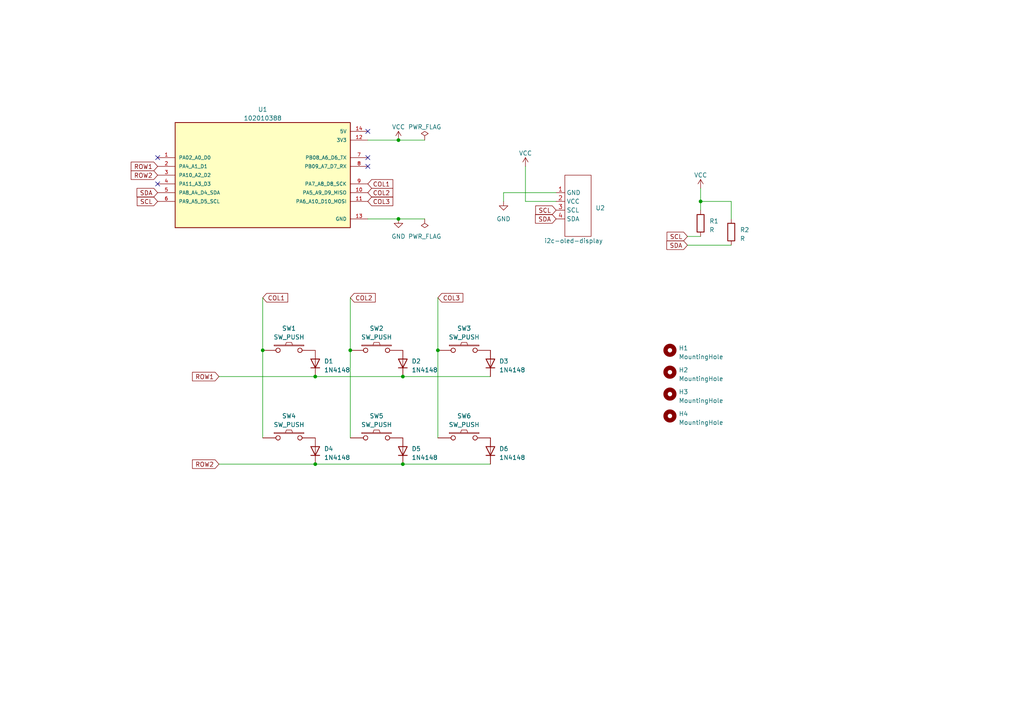
<source format=kicad_sch>
(kicad_sch (version 20230121) (generator eeschema)

  (uuid a1228ab8-ee45-4003-a11f-a9f68477b613)

  (paper "A4")

  (lib_symbols
    (symbol "Device:R" (pin_numbers hide) (pin_names (offset 0)) (in_bom yes) (on_board yes)
      (property "Reference" "R" (at 2.032 0 90)
        (effects (font (size 1.27 1.27)))
      )
      (property "Value" "R" (at 0 0 90)
        (effects (font (size 1.27 1.27)))
      )
      (property "Footprint" "" (at -1.778 0 90)
        (effects (font (size 1.27 1.27)) hide)
      )
      (property "Datasheet" "~" (at 0 0 0)
        (effects (font (size 1.27 1.27)) hide)
      )
      (property "ki_keywords" "R res resistor" (at 0 0 0)
        (effects (font (size 1.27 1.27)) hide)
      )
      (property "ki_description" "Resistor" (at 0 0 0)
        (effects (font (size 1.27 1.27)) hide)
      )
      (property "ki_fp_filters" "R_*" (at 0 0 0)
        (effects (font (size 1.27 1.27)) hide)
      )
      (symbol "R_0_1"
        (rectangle (start -1.016 -2.54) (end 1.016 2.54)
          (stroke (width 0.254) (type default))
          (fill (type none))
        )
      )
      (symbol "R_1_1"
        (pin passive line (at 0 3.81 270) (length 1.27)
          (name "~" (effects (font (size 1.27 1.27))))
          (number "1" (effects (font (size 1.27 1.27))))
        )
        (pin passive line (at 0 -3.81 90) (length 1.27)
          (name "~" (effects (font (size 1.27 1.27))))
          (number "2" (effects (font (size 1.27 1.27))))
        )
      )
    )
    (symbol "Diode:1N4148" (pin_numbers hide) (pin_names hide) (in_bom yes) (on_board yes)
      (property "Reference" "D" (at 0 2.54 0)
        (effects (font (size 1.27 1.27)))
      )
      (property "Value" "1N4148" (at 0 -2.54 0)
        (effects (font (size 1.27 1.27)))
      )
      (property "Footprint" "Diode_THT:D_DO-35_SOD27_P7.62mm_Horizontal" (at 0 0 0)
        (effects (font (size 1.27 1.27)) hide)
      )
      (property "Datasheet" "https://assets.nexperia.com/documents/data-sheet/1N4148_1N4448.pdf" (at 0 0 0)
        (effects (font (size 1.27 1.27)) hide)
      )
      (property "Sim.Device" "D" (at 0 0 0)
        (effects (font (size 1.27 1.27)) hide)
      )
      (property "Sim.Pins" "1=K 2=A" (at 0 0 0)
        (effects (font (size 1.27 1.27)) hide)
      )
      (property "ki_keywords" "diode" (at 0 0 0)
        (effects (font (size 1.27 1.27)) hide)
      )
      (property "ki_description" "100V 0.15A standard switching diode, DO-35" (at 0 0 0)
        (effects (font (size 1.27 1.27)) hide)
      )
      (property "ki_fp_filters" "D*DO?35*" (at 0 0 0)
        (effects (font (size 1.27 1.27)) hide)
      )
      (symbol "1N4148_0_1"
        (polyline
          (pts
            (xy -1.27 1.27)
            (xy -1.27 -1.27)
          )
          (stroke (width 0.254) (type default))
          (fill (type none))
        )
        (polyline
          (pts
            (xy 1.27 0)
            (xy -1.27 0)
          )
          (stroke (width 0) (type default))
          (fill (type none))
        )
        (polyline
          (pts
            (xy 1.27 1.27)
            (xy 1.27 -1.27)
            (xy -1.27 0)
            (xy 1.27 1.27)
          )
          (stroke (width 0.254) (type default))
          (fill (type none))
        )
      )
      (symbol "1N4148_1_1"
        (pin passive line (at -3.81 0 0) (length 2.54)
          (name "K" (effects (font (size 1.27 1.27))))
          (number "1" (effects (font (size 1.27 1.27))))
        )
        (pin passive line (at 3.81 0 180) (length 2.54)
          (name "A" (effects (font (size 1.27 1.27))))
          (number "2" (effects (font (size 1.27 1.27))))
        )
      )
    )
    (symbol "Mechanical:MountingHole" (pin_names (offset 1.016)) (in_bom yes) (on_board yes)
      (property "Reference" "H" (at 0 5.08 0)
        (effects (font (size 1.27 1.27)))
      )
      (property "Value" "MountingHole" (at 0 3.175 0)
        (effects (font (size 1.27 1.27)))
      )
      (property "Footprint" "" (at 0 0 0)
        (effects (font (size 1.27 1.27)) hide)
      )
      (property "Datasheet" "~" (at 0 0 0)
        (effects (font (size 1.27 1.27)) hide)
      )
      (property "ki_keywords" "mounting hole" (at 0 0 0)
        (effects (font (size 1.27 1.27)) hide)
      )
      (property "ki_description" "Mounting Hole without connection" (at 0 0 0)
        (effects (font (size 1.27 1.27)) hide)
      )
      (property "ki_fp_filters" "MountingHole*" (at 0 0 0)
        (effects (font (size 1.27 1.27)) hide)
      )
      (symbol "MountingHole_0_1"
        (circle (center 0 0) (radius 1.27)
          (stroke (width 1.27) (type default))
          (fill (type none))
        )
      )
    )
    (symbol "foostan/kbd:SW_PUSH" (pin_numbers hide) (pin_names (offset 1.016) hide) (in_bom yes) (on_board yes)
      (property "Reference" "SW" (at 3.81 2.794 0)
        (effects (font (size 1.27 1.27)))
      )
      (property "Value" "SW_PUSH" (at 0 -2.032 0)
        (effects (font (size 1.27 1.27)))
      )
      (property "Footprint" "" (at 0 0 0)
        (effects (font (size 1.27 1.27)))
      )
      (property "Datasheet" "" (at 0 0 0)
        (effects (font (size 1.27 1.27)))
      )
      (symbol "SW_PUSH_0_1"
        (rectangle (start -4.318 1.27) (end 4.318 1.524)
          (stroke (width 0) (type solid))
          (fill (type none))
        )
        (polyline
          (pts
            (xy -1.016 1.524)
            (xy -0.762 2.286)
            (xy 0.762 2.286)
            (xy 1.016 1.524)
          )
          (stroke (width 0) (type solid))
          (fill (type none))
        )
        (pin passive inverted (at -7.62 0 0) (length 5.08)
          (name "1" (effects (font (size 1.27 1.27))))
          (number "1" (effects (font (size 1.27 1.27))))
        )
        (pin passive inverted (at 7.62 0 180) (length 5.08)
          (name "2" (effects (font (size 1.27 1.27))))
          (number "2" (effects (font (size 1.27 1.27))))
        )
      )
    )
    (symbol "power:GND" (power) (pin_names (offset 0)) (in_bom yes) (on_board yes)
      (property "Reference" "#PWR" (at 0 -6.35 0)
        (effects (font (size 1.27 1.27)) hide)
      )
      (property "Value" "GND" (at 0 -3.81 0)
        (effects (font (size 1.27 1.27)))
      )
      (property "Footprint" "" (at 0 0 0)
        (effects (font (size 1.27 1.27)) hide)
      )
      (property "Datasheet" "" (at 0 0 0)
        (effects (font (size 1.27 1.27)) hide)
      )
      (property "ki_keywords" "global power" (at 0 0 0)
        (effects (font (size 1.27 1.27)) hide)
      )
      (property "ki_description" "Power symbol creates a global label with name \"GND\" , ground" (at 0 0 0)
        (effects (font (size 1.27 1.27)) hide)
      )
      (symbol "GND_0_1"
        (polyline
          (pts
            (xy 0 0)
            (xy 0 -1.27)
            (xy 1.27 -1.27)
            (xy 0 -2.54)
            (xy -1.27 -1.27)
            (xy 0 -1.27)
          )
          (stroke (width 0) (type default))
          (fill (type none))
        )
      )
      (symbol "GND_1_1"
        (pin power_in line (at 0 0 270) (length 0) hide
          (name "GND" (effects (font (size 1.27 1.27))))
          (number "1" (effects (font (size 1.27 1.27))))
        )
      )
    )
    (symbol "power:PWR_FLAG" (power) (pin_numbers hide) (pin_names (offset 0) hide) (in_bom yes) (on_board yes)
      (property "Reference" "#FLG" (at 0 1.905 0)
        (effects (font (size 1.27 1.27)) hide)
      )
      (property "Value" "PWR_FLAG" (at 0 3.81 0)
        (effects (font (size 1.27 1.27)))
      )
      (property "Footprint" "" (at 0 0 0)
        (effects (font (size 1.27 1.27)) hide)
      )
      (property "Datasheet" "~" (at 0 0 0)
        (effects (font (size 1.27 1.27)) hide)
      )
      (property "ki_keywords" "flag power" (at 0 0 0)
        (effects (font (size 1.27 1.27)) hide)
      )
      (property "ki_description" "Special symbol for telling ERC where power comes from" (at 0 0 0)
        (effects (font (size 1.27 1.27)) hide)
      )
      (symbol "PWR_FLAG_0_0"
        (pin power_out line (at 0 0 90) (length 0)
          (name "pwr" (effects (font (size 1.27 1.27))))
          (number "1" (effects (font (size 1.27 1.27))))
        )
      )
      (symbol "PWR_FLAG_0_1"
        (polyline
          (pts
            (xy 0 0)
            (xy 0 1.27)
            (xy -1.016 1.905)
            (xy 0 2.54)
            (xy 1.016 1.905)
            (xy 0 1.27)
          )
          (stroke (width 0) (type default))
          (fill (type none))
        )
      )
    )
    (symbol "power:VCC" (power) (pin_names (offset 0)) (in_bom yes) (on_board yes)
      (property "Reference" "#PWR" (at 0 -3.81 0)
        (effects (font (size 1.27 1.27)) hide)
      )
      (property "Value" "VCC" (at 0 3.81 0)
        (effects (font (size 1.27 1.27)))
      )
      (property "Footprint" "" (at 0 0 0)
        (effects (font (size 1.27 1.27)) hide)
      )
      (property "Datasheet" "" (at 0 0 0)
        (effects (font (size 1.27 1.27)) hide)
      )
      (property "ki_keywords" "global power" (at 0 0 0)
        (effects (font (size 1.27 1.27)) hide)
      )
      (property "ki_description" "Power symbol creates a global label with name \"VCC\"" (at 0 0 0)
        (effects (font (size 1.27 1.27)) hide)
      )
      (symbol "VCC_0_1"
        (polyline
          (pts
            (xy -0.762 1.27)
            (xy 0 2.54)
          )
          (stroke (width 0) (type default))
          (fill (type none))
        )
        (polyline
          (pts
            (xy 0 0)
            (xy 0 2.54)
          )
          (stroke (width 0) (type default))
          (fill (type none))
        )
        (polyline
          (pts
            (xy 0 2.54)
            (xy 0.762 1.27)
          )
          (stroke (width 0) (type default))
          (fill (type none))
        )
      )
      (symbol "VCC_1_1"
        (pin power_in line (at 0 0 90) (length 0) hide
          (name "VCC" (effects (font (size 1.27 1.27))))
          (number "1" (effects (font (size 1.27 1.27))))
        )
      )
    )
    (symbol "snapeda/xiao:102010388" (pin_names (offset 1.016)) (in_bom yes) (on_board yes)
      (property "Reference" "U" (at -25.4 16.002 0)
        (effects (font (size 1.27 1.27)) (justify left bottom))
      )
      (property "Value" "102010388" (at -25.4 -17.78 0)
        (effects (font (size 1.27 1.27)) (justify left bottom))
      )
      (property "Footprint" "MODULE_102010388" (at 0 0 0)
        (effects (font (size 1.27 1.27)) (justify bottom) hide)
      )
      (property "Datasheet" "" (at 0 0 0)
        (effects (font (size 1.27 1.27)) hide)
      )
      (property "PARTREV" "N/A" (at 0 0 0)
        (effects (font (size 1.27 1.27)) (justify bottom) hide)
      )
      (property "STANDARD" "Manufacturer Recommendations" (at 0 0 0)
        (effects (font (size 1.27 1.27)) (justify bottom) hide)
      )
      (property "MANUFACTURER" "Seeed Technology" (at 0 0 0)
        (effects (font (size 1.27 1.27)) (justify bottom) hide)
      )
      (property "MAXIMUM_PACKAGE_HEIGHT" "N/A" (at 0 0 0)
        (effects (font (size 1.27 1.27)) (justify bottom) hide)
      )
      (property "SNAPEDA_PN" "102010388" (at 0 0 0)
        (effects (font (size 1.27 1.27)) (justify bottom) hide)
      )
      (symbol "102010388_0_0"
        (rectangle (start -25.4 -15.24) (end 25.4 15.24)
          (stroke (width 0.254) (type default))
          (fill (type background))
        )
        (pin bidirectional line (at -30.48 5.08 0) (length 5.08)
          (name "PA02_A0_D0" (effects (font (size 1.016 1.016))))
          (number "1" (effects (font (size 1.016 1.016))))
        )
        (pin bidirectional line (at 30.48 -5.08 180) (length 5.08)
          (name "PA5_A9_D9_MISO" (effects (font (size 1.016 1.016))))
          (number "10" (effects (font (size 1.016 1.016))))
        )
        (pin bidirectional line (at 30.48 -7.62 180) (length 5.08)
          (name "PA6_A10_D10_MOSI" (effects (font (size 1.016 1.016))))
          (number "11" (effects (font (size 1.016 1.016))))
        )
        (pin power_in line (at 30.48 10.16 180) (length 5.08)
          (name "3V3" (effects (font (size 1.016 1.016))))
          (number "12" (effects (font (size 1.016 1.016))))
        )
        (pin power_in line (at 30.48 -12.7 180) (length 5.08)
          (name "GND" (effects (font (size 1.016 1.016))))
          (number "13" (effects (font (size 1.016 1.016))))
        )
        (pin power_in line (at 30.48 12.7 180) (length 5.08)
          (name "5V" (effects (font (size 1.016 1.016))))
          (number "14" (effects (font (size 1.016 1.016))))
        )
        (pin bidirectional line (at -30.48 2.54 0) (length 5.08)
          (name "PA4_A1_D1" (effects (font (size 1.016 1.016))))
          (number "2" (effects (font (size 1.016 1.016))))
        )
        (pin bidirectional line (at -30.48 0 0) (length 5.08)
          (name "PA10_A2_D2" (effects (font (size 1.016 1.016))))
          (number "3" (effects (font (size 1.016 1.016))))
        )
        (pin bidirectional line (at -30.48 -2.54 0) (length 5.08)
          (name "PA11_A3_D3" (effects (font (size 1.016 1.016))))
          (number "4" (effects (font (size 1.016 1.016))))
        )
        (pin bidirectional line (at -30.48 -5.08 0) (length 5.08)
          (name "PA8_A4_D4_SDA" (effects (font (size 1.016 1.016))))
          (number "5" (effects (font (size 1.016 1.016))))
        )
        (pin bidirectional line (at -30.48 -7.62 0) (length 5.08)
          (name "PA9_A5_D5_SCL" (effects (font (size 1.016 1.016))))
          (number "6" (effects (font (size 1.016 1.016))))
        )
        (pin bidirectional line (at 30.48 5.08 180) (length 5.08)
          (name "PB08_A6_D6_TX" (effects (font (size 1.016 1.016))))
          (number "7" (effects (font (size 1.016 1.016))))
        )
        (pin bidirectional line (at 30.48 2.54 180) (length 5.08)
          (name "PB09_A7_D7_RX" (effects (font (size 1.016 1.016))))
          (number "8" (effects (font (size 1.016 1.016))))
        )
        (pin bidirectional line (at 30.48 -2.54 180) (length 5.08)
          (name "PA7_A8_D8_SCK" (effects (font (size 1.016 1.016))))
          (number "9" (effects (font (size 1.016 1.016))))
        )
      )
    )
    (symbol "snapeda/xiao:i2c-oled-display" (in_bom yes) (on_board yes)
      (property "Reference" "U" (at 0 0 0)
        (effects (font (size 1.27 1.27)))
      )
      (property "Value" "" (at 0 0 0)
        (effects (font (size 1.27 1.27)))
      )
      (property "Footprint" "" (at 0 0 0)
        (effects (font (size 1.27 1.27)) hide)
      )
      (property "Datasheet" "" (at 0 0 0)
        (effects (font (size 1.27 1.27)) hide)
      )
      (symbol "i2c-oled-display_0_1"
        (rectangle (start 2.54 17.78) (end 10.16 0)
          (stroke (width 0) (type default))
          (fill (type none))
        )
      )
      (symbol "i2c-oled-display_1_1"
        (pin power_in line (at 0 12.7 0) (length 2.54)
          (name "GND" (effects (font (size 1.27 1.27))))
          (number "1" (effects (font (size 1.27 1.27))))
        )
        (pin power_in line (at 0 10.16 0) (length 2.54)
          (name "VCC" (effects (font (size 1.27 1.27))))
          (number "2" (effects (font (size 1.27 1.27))))
        )
        (pin input line (at 0 7.62 0) (length 2.54)
          (name "SCL" (effects (font (size 1.27 1.27))))
          (number "3" (effects (font (size 1.27 1.27))))
        )
        (pin bidirectional line (at 0 5.08 0) (length 2.54)
          (name "SDA" (effects (font (size 1.27 1.27))))
          (number "4" (effects (font (size 1.27 1.27))))
        )
      )
    )
  )

  (junction (at 203.2 58.42) (diameter 0) (color 0 0 0 0)
    (uuid 01a19376-f597-495a-bbc7-f8edcefe4da6)
  )
  (junction (at 115.57 63.5) (diameter 0) (color 0 0 0 0)
    (uuid 3e96ec04-b779-48f9-9e6d-31df9877ff87)
  )
  (junction (at 101.6 101.6) (diameter 0) (color 0 0 0 0)
    (uuid 7fceeea2-6b49-4714-8685-a475d1926842)
  )
  (junction (at 127 101.6) (diameter 0) (color 0 0 0 0)
    (uuid 84c193dc-d717-47ab-9e68-57060210eeec)
  )
  (junction (at 91.44 134.62) (diameter 0) (color 0 0 0 0)
    (uuid 8ff5c7d8-fa02-4fac-82b9-cc65be959f36)
  )
  (junction (at 76.2 101.6) (diameter 0) (color 0 0 0 0)
    (uuid 9f805624-d7c7-4f1c-ae3d-dfac2eaaa638)
  )
  (junction (at 116.84 109.22) (diameter 0) (color 0 0 0 0)
    (uuid c8ff08f6-eeff-43eb-81c1-8d66b3431702)
  )
  (junction (at 116.84 134.62) (diameter 0) (color 0 0 0 0)
    (uuid d1949535-0021-4199-bd96-1752f45fc37f)
  )
  (junction (at 91.44 109.22) (diameter 0) (color 0 0 0 0)
    (uuid de4aa1fc-c6ed-4da4-9a88-0d09d7788356)
  )
  (junction (at 115.57 40.64) (diameter 0) (color 0 0 0 0)
    (uuid dfb510c4-ee17-4ce4-822b-060afb3e96a3)
  )

  (no_connect (at 45.72 53.34) (uuid 226aa68e-bb6d-489b-aac1-29cafde1b73d))
  (no_connect (at 106.68 45.72) (uuid 6c2b01b2-7d19-4886-88aa-1e6ec40d681c))
  (no_connect (at 106.68 38.1) (uuid b0847d74-b459-43eb-bb30-ffb98c3420d0))
  (no_connect (at 45.72 45.72) (uuid bd5ed76c-327f-4aed-98a8-f0cf963db2ca))
  (no_connect (at 106.68 48.26) (uuid c16c230c-d31e-43cb-87d9-8cbf208804b3))

  (wire (pts (xy 106.68 40.64) (xy 115.57 40.64))
    (stroke (width 0) (type default))
    (uuid 05db83b4-d962-4a12-9368-bd521265f3f3)
  )
  (wire (pts (xy 101.6 101.6) (xy 101.6 127))
    (stroke (width 0) (type default))
    (uuid 243d5684-43cc-49c4-b07e-e0cfb95d7a0e)
  )
  (wire (pts (xy 101.6 86.36) (xy 101.6 101.6))
    (stroke (width 0) (type default))
    (uuid 3e9361c8-bb86-41b8-bc71-0d76193eddc8)
  )
  (wire (pts (xy 106.68 63.5) (xy 115.57 63.5))
    (stroke (width 0) (type default))
    (uuid 4068e5c7-59f0-43fb-b94f-92a783617e60)
  )
  (wire (pts (xy 115.57 63.5) (xy 123.19 63.5))
    (stroke (width 0) (type default))
    (uuid 486f26df-9443-440b-8b45-88e3242ec9cc)
  )
  (wire (pts (xy 203.2 54.61) (xy 203.2 58.42))
    (stroke (width 0) (type default))
    (uuid 59d9b5e3-0895-4eca-8243-c004bc631a7b)
  )
  (wire (pts (xy 76.2 101.6) (xy 76.2 127))
    (stroke (width 0) (type default))
    (uuid 5b649f65-c2b7-475a-9cb6-baec3a65bf38)
  )
  (wire (pts (xy 161.29 55.88) (xy 146.05 55.88))
    (stroke (width 0) (type default))
    (uuid 5d94eea8-bced-4ffb-85a5-be65d33bf898)
  )
  (wire (pts (xy 161.29 58.42) (xy 152.4 58.42))
    (stroke (width 0) (type default))
    (uuid 5f555e1e-6881-4f84-acc1-177a7485f531)
  )
  (wire (pts (xy 127 101.6) (xy 127 127))
    (stroke (width 0) (type default))
    (uuid 5f938ba0-4531-4ba4-ab8d-ad4f6ee6ff0e)
  )
  (wire (pts (xy 91.44 134.62) (xy 116.84 134.62))
    (stroke (width 0) (type default))
    (uuid 674f7e55-03d9-4f0e-b464-d1a1c3c6f4fd)
  )
  (wire (pts (xy 203.2 58.42) (xy 203.2 60.96))
    (stroke (width 0) (type default))
    (uuid 6b156447-cc27-4daf-9365-53e898516c23)
  )
  (wire (pts (xy 76.2 86.36) (xy 76.2 101.6))
    (stroke (width 0) (type default))
    (uuid 6fd12784-679d-4474-bc87-442f5a68b383)
  )
  (wire (pts (xy 146.05 55.88) (xy 146.05 58.42))
    (stroke (width 0) (type default))
    (uuid 90aaeec5-c20c-4a66-8d68-8e5732b30489)
  )
  (wire (pts (xy 63.5 134.62) (xy 91.44 134.62))
    (stroke (width 0) (type default))
    (uuid 9b53de55-e56f-4750-8d7a-fde245ddb7db)
  )
  (wire (pts (xy 116.84 109.22) (xy 142.24 109.22))
    (stroke (width 0) (type default))
    (uuid 9eaaa5f2-3d42-4b44-be8f-46c92da36478)
  )
  (wire (pts (xy 63.5 109.22) (xy 91.44 109.22))
    (stroke (width 0) (type default))
    (uuid a3881577-2a10-4701-878b-c888cfe3b165)
  )
  (wire (pts (xy 152.4 58.42) (xy 152.4 48.26))
    (stroke (width 0) (type default))
    (uuid a9a3dfe3-3f6e-46cd-a7ec-3e25d1296866)
  )
  (wire (pts (xy 115.57 40.64) (xy 123.19 40.64))
    (stroke (width 0) (type default))
    (uuid cdad717b-5e44-4796-a941-0c9a574787e7)
  )
  (wire (pts (xy 127 86.36) (xy 127 101.6))
    (stroke (width 0) (type default))
    (uuid ce94fabc-bfd6-4753-b40e-d751f86e98c8)
  )
  (wire (pts (xy 91.44 109.22) (xy 116.84 109.22))
    (stroke (width 0) (type default))
    (uuid d4addc31-ab07-4eae-9131-6cc3ba22febf)
  )
  (wire (pts (xy 212.09 63.5) (xy 212.09 58.42))
    (stroke (width 0) (type default))
    (uuid d599f646-de06-4a10-a405-89216147fbbe)
  )
  (wire (pts (xy 199.39 68.58) (xy 203.2 68.58))
    (stroke (width 0) (type default))
    (uuid dac59a83-080e-4c79-a349-fbfe5eb6ab37)
  )
  (wire (pts (xy 199.39 71.12) (xy 212.09 71.12))
    (stroke (width 0) (type default))
    (uuid ddbf432c-912f-4823-b7f5-19519e4ee538)
  )
  (wire (pts (xy 116.84 134.62) (xy 142.24 134.62))
    (stroke (width 0) (type default))
    (uuid dffeadec-bccc-4b54-972d-c41e18db3467)
  )
  (wire (pts (xy 212.09 58.42) (xy 203.2 58.42))
    (stroke (width 0) (type default))
    (uuid e7db5d35-ec71-41db-9082-97de8f4e155e)
  )

  (global_label "SCL" (shape input) (at 161.29 60.96 180) (fields_autoplaced)
    (effects (font (size 1.27 1.27)) (justify right))
    (uuid 0dd31d42-5b93-4482-aa2e-4ebbf33e24ed)
    (property "Intersheetrefs" "${INTERSHEET_REFS}" (at 154.8766 60.96 0)
      (effects (font (size 1.27 1.27)) (justify right) hide)
    )
  )
  (global_label "SCL" (shape input) (at 45.72 58.42 180) (fields_autoplaced)
    (effects (font (size 1.27 1.27)) (justify right))
    (uuid 203ae165-32bb-4719-afaf-2d4b94522fac)
    (property "Intersheetrefs" "${INTERSHEET_REFS}" (at 39.3066 58.42 0)
      (effects (font (size 1.27 1.27)) (justify right) hide)
    )
  )
  (global_label "COL3" (shape input) (at 127 86.36 0) (fields_autoplaced)
    (effects (font (size 1.27 1.27)) (justify left))
    (uuid 56d67f02-0cc6-49b2-aff7-ac28a67decda)
    (property "Intersheetrefs" "${INTERSHEET_REFS}" (at 134.7439 86.36 0)
      (effects (font (size 1.27 1.27)) (justify left) hide)
    )
  )
  (global_label "ROW2" (shape input) (at 63.5 134.62 180) (fields_autoplaced)
    (effects (font (size 1.27 1.27)) (justify right))
    (uuid 5de69b58-cff7-4b8d-8039-95a21b1a2946)
    (property "Intersheetrefs" "${INTERSHEET_REFS}" (at 55.3328 134.62 0)
      (effects (font (size 1.27 1.27)) (justify right) hide)
    )
  )
  (global_label "SDA" (shape input) (at 199.39 71.12 180) (fields_autoplaced)
    (effects (font (size 1.27 1.27)) (justify right))
    (uuid 68195770-589e-46b8-a817-e6cdbc3e084c)
    (property "Intersheetrefs" "${INTERSHEET_REFS}" (at 192.9161 71.12 0)
      (effects (font (size 1.27 1.27)) (justify right) hide)
    )
  )
  (global_label "COL3" (shape input) (at 106.68 58.42 0) (fields_autoplaced)
    (effects (font (size 1.27 1.27)) (justify left))
    (uuid 6f40954f-e609-49ca-93a5-dc85709dde80)
    (property "Intersheetrefs" "${INTERSHEET_REFS}" (at 114.4239 58.42 0)
      (effects (font (size 1.27 1.27)) (justify left) hide)
    )
  )
  (global_label "COL1" (shape input) (at 106.68 53.34 0) (fields_autoplaced)
    (effects (font (size 1.27 1.27)) (justify left))
    (uuid 7ef8cc2b-5847-4fcc-b121-f14b0116c819)
    (property "Intersheetrefs" "${INTERSHEET_REFS}" (at 114.4239 53.34 0)
      (effects (font (size 1.27 1.27)) (justify left) hide)
    )
  )
  (global_label "SDA" (shape input) (at 161.29 63.5 180) (fields_autoplaced)
    (effects (font (size 1.27 1.27)) (justify right))
    (uuid 7f0a58a3-5c4e-4874-81c4-735a1faf1e3c)
    (property "Intersheetrefs" "${INTERSHEET_REFS}" (at 154.8161 63.5 0)
      (effects (font (size 1.27 1.27)) (justify right) hide)
    )
  )
  (global_label "COL2" (shape input) (at 101.6 86.36 0) (fields_autoplaced)
    (effects (font (size 1.27 1.27)) (justify left))
    (uuid 8611d462-a04c-4a31-baee-56b35379b386)
    (property "Intersheetrefs" "${INTERSHEET_REFS}" (at 109.3439 86.36 0)
      (effects (font (size 1.27 1.27)) (justify left) hide)
    )
  )
  (global_label "ROW2" (shape input) (at 45.72 50.8 180) (fields_autoplaced)
    (effects (font (size 1.27 1.27)) (justify right))
    (uuid a56667b4-17e0-419c-ac1f-cf4844243447)
    (property "Intersheetrefs" "${INTERSHEET_REFS}" (at 37.5528 50.8 0)
      (effects (font (size 1.27 1.27)) (justify right) hide)
    )
  )
  (global_label "SDA" (shape input) (at 45.72 55.88 180) (fields_autoplaced)
    (effects (font (size 1.27 1.27)) (justify right))
    (uuid aed2fdf7-b665-4b2b-9760-652320859446)
    (property "Intersheetrefs" "${INTERSHEET_REFS}" (at 39.2461 55.88 0)
      (effects (font (size 1.27 1.27)) (justify right) hide)
    )
  )
  (global_label "SCL" (shape input) (at 199.39 68.58 180) (fields_autoplaced)
    (effects (font (size 1.27 1.27)) (justify right))
    (uuid d14132cb-2467-44c5-88bb-a9a1447c4c8b)
    (property "Intersheetrefs" "${INTERSHEET_REFS}" (at 192.9766 68.58 0)
      (effects (font (size 1.27 1.27)) (justify right) hide)
    )
  )
  (global_label "ROW1" (shape input) (at 45.72 48.26 180) (fields_autoplaced)
    (effects (font (size 1.27 1.27)) (justify right))
    (uuid e2f0268c-2571-4834-a5a6-e5e1b6cfbc18)
    (property "Intersheetrefs" "${INTERSHEET_REFS}" (at 37.5528 48.26 0)
      (effects (font (size 1.27 1.27)) (justify right) hide)
    )
  )
  (global_label "ROW1" (shape input) (at 63.5 109.22 180) (fields_autoplaced)
    (effects (font (size 1.27 1.27)) (justify right))
    (uuid efd54cdb-b348-451a-8374-1f18c6a1545e)
    (property "Intersheetrefs" "${INTERSHEET_REFS}" (at 55.3328 109.22 0)
      (effects (font (size 1.27 1.27)) (justify right) hide)
    )
  )
  (global_label "COL1" (shape input) (at 76.2 86.36 0) (fields_autoplaced)
    (effects (font (size 1.27 1.27)) (justify left))
    (uuid f4f908aa-535c-4e2e-89c3-0d6aab9ee661)
    (property "Intersheetrefs" "${INTERSHEET_REFS}" (at 83.9439 86.36 0)
      (effects (font (size 1.27 1.27)) (justify left) hide)
    )
  )
  (global_label "COL2" (shape input) (at 106.68 55.88 0) (fields_autoplaced)
    (effects (font (size 1.27 1.27)) (justify left))
    (uuid f69c5f30-b909-4ddb-b2d0-0f65f2be2998)
    (property "Intersheetrefs" "${INTERSHEET_REFS}" (at 114.4239 55.88 0)
      (effects (font (size 1.27 1.27)) (justify left) hide)
    )
  )

  (symbol (lib_id "Diode:1N4148") (at 116.84 105.41 90) (unit 1)
    (in_bom yes) (on_board yes) (dnp no) (fields_autoplaced)
    (uuid 085b4df6-1250-4ec8-b1c6-6a90d2735995)
    (property "Reference" "D2" (at 119.38 104.775 90)
      (effects (font (size 1.27 1.27)) (justify right))
    )
    (property "Value" "1N4148" (at 119.38 107.315 90)
      (effects (font (size 1.27 1.27)) (justify right))
    )
    (property "Footprint" "Diode_THT:D_DO-35_SOD27_P7.62mm_Horizontal" (at 116.84 105.41 0)
      (effects (font (size 1.27 1.27)) hide)
    )
    (property "Datasheet" "https://assets.nexperia.com/documents/data-sheet/1N4148_1N4448.pdf" (at 116.84 105.41 0)
      (effects (font (size 1.27 1.27)) hide)
    )
    (property "Sim.Device" "D" (at 116.84 105.41 0)
      (effects (font (size 1.27 1.27)) hide)
    )
    (property "Sim.Pins" "1=K 2=A" (at 116.84 105.41 0)
      (effects (font (size 1.27 1.27)) hide)
    )
    (pin "1" (uuid 51abcfb9-dfa8-472c-8403-1d61de56e9e6))
    (pin "2" (uuid 39a94191-136d-4c4a-b73d-88995ea8a021))
    (instances
      (project "sgkey"
        (path "/a1228ab8-ee45-4003-a11f-a9f68477b613"
          (reference "D2") (unit 1)
        )
      )
    )
  )

  (symbol (lib_id "foostan/kbd:SW_PUSH") (at 83.82 101.6 0) (unit 1)
    (in_bom yes) (on_board yes) (dnp no) (fields_autoplaced)
    (uuid 0a8d9493-3bf4-4a7e-9d75-7ca673ad8eb2)
    (property "Reference" "SW1" (at 83.82 95.25 0)
      (effects (font (size 1.27 1.27)))
    )
    (property "Value" "SW_PUSH" (at 83.82 97.79 0)
      (effects (font (size 1.27 1.27)))
    )
    (property "Footprint" "foostan/kbd:CherryMX_ChocV2_1u" (at 83.82 101.6 0)
      (effects (font (size 1.27 1.27)) hide)
    )
    (property "Datasheet" "" (at 83.82 101.6 0)
      (effects (font (size 1.27 1.27)))
    )
    (pin "1" (uuid cd131f83-2467-4288-b652-8e1151fb91df))
    (pin "2" (uuid 212ab72f-db01-4449-ae52-8c6078f0de9d))
    (instances
      (project "sgkey"
        (path "/a1228ab8-ee45-4003-a11f-a9f68477b613"
          (reference "SW1") (unit 1)
        )
      )
    )
  )

  (symbol (lib_id "power:GND") (at 146.05 58.42 0) (unit 1)
    (in_bom yes) (on_board yes) (dnp no) (fields_autoplaced)
    (uuid 1c0dc373-eecc-4175-a11f-bbd9c9056947)
    (property "Reference" "#PWR04" (at 146.05 64.77 0)
      (effects (font (size 1.27 1.27)) hide)
    )
    (property "Value" "GND" (at 146.05 63.5 0)
      (effects (font (size 1.27 1.27)))
    )
    (property "Footprint" "" (at 146.05 58.42 0)
      (effects (font (size 1.27 1.27)) hide)
    )
    (property "Datasheet" "" (at 146.05 58.42 0)
      (effects (font (size 1.27 1.27)) hide)
    )
    (pin "1" (uuid f200b7a1-953b-45c2-873c-5ed86624480d))
    (instances
      (project "sgkey"
        (path "/a1228ab8-ee45-4003-a11f-a9f68477b613"
          (reference "#PWR04") (unit 1)
        )
      )
    )
  )

  (symbol (lib_id "foostan/kbd:SW_PUSH") (at 134.62 101.6 0) (unit 1)
    (in_bom yes) (on_board yes) (dnp no) (fields_autoplaced)
    (uuid 2ad2a362-62ce-4430-837b-c2c3942616ba)
    (property "Reference" "SW3" (at 134.62 95.25 0)
      (effects (font (size 1.27 1.27)))
    )
    (property "Value" "SW_PUSH" (at 134.62 97.79 0)
      (effects (font (size 1.27 1.27)))
    )
    (property "Footprint" "foostan/kbd:CherryMX_ChocV2_1u" (at 134.62 101.6 0)
      (effects (font (size 1.27 1.27)) hide)
    )
    (property "Datasheet" "" (at 134.62 101.6 0)
      (effects (font (size 1.27 1.27)))
    )
    (pin "1" (uuid fe49501b-69c4-485d-8018-21289d2eded3))
    (pin "2" (uuid 50d9fe7b-a24f-4484-9685-3715f6eb2000))
    (instances
      (project "sgkey"
        (path "/a1228ab8-ee45-4003-a11f-a9f68477b613"
          (reference "SW3") (unit 1)
        )
      )
    )
  )

  (symbol (lib_id "Mechanical:MountingHole") (at 194.31 114.3 0) (unit 1)
    (in_bom yes) (on_board yes) (dnp no) (fields_autoplaced)
    (uuid 678ad7e5-b365-43b1-8da6-4f85a06ac3a3)
    (property "Reference" "H3" (at 196.85 113.665 0)
      (effects (font (size 1.27 1.27)) (justify left))
    )
    (property "Value" "MountingHole" (at 196.85 116.205 0)
      (effects (font (size 1.27 1.27)) (justify left))
    )
    (property "Footprint" "MountingHole:MountingHole_2.2mm_M2" (at 194.31 114.3 0)
      (effects (font (size 1.27 1.27)) hide)
    )
    (property "Datasheet" "~" (at 194.31 114.3 0)
      (effects (font (size 1.27 1.27)) hide)
    )
    (instances
      (project "sgkey"
        (path "/a1228ab8-ee45-4003-a11f-a9f68477b613"
          (reference "H3") (unit 1)
        )
      )
    )
  )

  (symbol (lib_id "Device:R") (at 203.2 64.77 0) (unit 1)
    (in_bom yes) (on_board yes) (dnp no) (fields_autoplaced)
    (uuid 6c381737-eff1-4d67-a0cf-e108a5877619)
    (property "Reference" "R1" (at 205.74 64.135 0)
      (effects (font (size 1.27 1.27)) (justify left))
    )
    (property "Value" "R" (at 205.74 66.675 0)
      (effects (font (size 1.27 1.27)) (justify left))
    )
    (property "Footprint" "Resistor_THT:R_Axial_DIN0204_L3.6mm_D1.6mm_P7.62mm_Horizontal" (at 201.422 64.77 90)
      (effects (font (size 1.27 1.27)) hide)
    )
    (property "Datasheet" "~" (at 203.2 64.77 0)
      (effects (font (size 1.27 1.27)) hide)
    )
    (pin "1" (uuid b7064540-a559-42ad-a294-ae2fac9c62bc))
    (pin "2" (uuid 5b030c06-48f8-48da-a2b7-5893a452317d))
    (instances
      (project "sgkey"
        (path "/a1228ab8-ee45-4003-a11f-a9f68477b613"
          (reference "R1") (unit 1)
        )
      )
    )
  )

  (symbol (lib_id "foostan/kbd:SW_PUSH") (at 83.82 127 0) (unit 1)
    (in_bom yes) (on_board yes) (dnp no) (fields_autoplaced)
    (uuid 6ce51c79-a38a-4571-aef3-d3c7578c35ca)
    (property "Reference" "SW4" (at 83.82 120.65 0)
      (effects (font (size 1.27 1.27)))
    )
    (property "Value" "SW_PUSH" (at 83.82 123.19 0)
      (effects (font (size 1.27 1.27)))
    )
    (property "Footprint" "foostan/kbd:CherryMX_ChocV2_1u" (at 83.82 127 0)
      (effects (font (size 1.27 1.27)) hide)
    )
    (property "Datasheet" "" (at 83.82 127 0)
      (effects (font (size 1.27 1.27)))
    )
    (pin "1" (uuid 831c43a4-776b-4b33-a4c7-0df681bfdf0c))
    (pin "2" (uuid 12fac99f-b874-4547-948e-d54d4952b6be))
    (instances
      (project "sgkey"
        (path "/a1228ab8-ee45-4003-a11f-a9f68477b613"
          (reference "SW4") (unit 1)
        )
      )
    )
  )

  (symbol (lib_id "foostan/kbd:SW_PUSH") (at 109.22 101.6 0) (unit 1)
    (in_bom yes) (on_board yes) (dnp no) (fields_autoplaced)
    (uuid 6e37bca0-faf4-47fa-832e-d72ea2affed5)
    (property "Reference" "SW2" (at 109.22 95.25 0)
      (effects (font (size 1.27 1.27)))
    )
    (property "Value" "SW_PUSH" (at 109.22 97.79 0)
      (effects (font (size 1.27 1.27)))
    )
    (property "Footprint" "foostan/kbd:CherryMX_ChocV2_1u" (at 109.22 101.6 0)
      (effects (font (size 1.27 1.27)) hide)
    )
    (property "Datasheet" "" (at 109.22 101.6 0)
      (effects (font (size 1.27 1.27)))
    )
    (pin "1" (uuid 144ccd3e-cdb7-4835-8fa4-419b46cb0803))
    (pin "2" (uuid d59fe68e-6155-41ad-ae5a-71bf6ae293e5))
    (instances
      (project "sgkey"
        (path "/a1228ab8-ee45-4003-a11f-a9f68477b613"
          (reference "SW2") (unit 1)
        )
      )
    )
  )

  (symbol (lib_id "Diode:1N4148") (at 91.44 130.81 90) (unit 1)
    (in_bom yes) (on_board yes) (dnp no) (fields_autoplaced)
    (uuid 6eea379a-e423-42e8-a5c6-039a6c0a64fc)
    (property "Reference" "D4" (at 93.98 130.175 90)
      (effects (font (size 1.27 1.27)) (justify right))
    )
    (property "Value" "1N4148" (at 93.98 132.715 90)
      (effects (font (size 1.27 1.27)) (justify right))
    )
    (property "Footprint" "Diode_THT:D_DO-35_SOD27_P7.62mm_Horizontal" (at 91.44 130.81 0)
      (effects (font (size 1.27 1.27)) hide)
    )
    (property "Datasheet" "https://assets.nexperia.com/documents/data-sheet/1N4148_1N4448.pdf" (at 91.44 130.81 0)
      (effects (font (size 1.27 1.27)) hide)
    )
    (property "Sim.Device" "D" (at 91.44 130.81 0)
      (effects (font (size 1.27 1.27)) hide)
    )
    (property "Sim.Pins" "1=K 2=A" (at 91.44 130.81 0)
      (effects (font (size 1.27 1.27)) hide)
    )
    (pin "1" (uuid be6dcfe9-78a9-483c-8520-0d757da3c8a5))
    (pin "2" (uuid 6602af6d-d1a9-4ce4-a237-a471163faf21))
    (instances
      (project "sgkey"
        (path "/a1228ab8-ee45-4003-a11f-a9f68477b613"
          (reference "D4") (unit 1)
        )
      )
    )
  )

  (symbol (lib_id "power:PWR_FLAG") (at 123.19 63.5 180) (unit 1)
    (in_bom yes) (on_board yes) (dnp no) (fields_autoplaced)
    (uuid 713137a6-ecc0-4efe-9c61-b4f6ab2a13e8)
    (property "Reference" "#FLG02" (at 123.19 65.405 0)
      (effects (font (size 1.27 1.27)) hide)
    )
    (property "Value" "PWR_FLAG" (at 123.19 68.58 0)
      (effects (font (size 1.27 1.27)))
    )
    (property "Footprint" "" (at 123.19 63.5 0)
      (effects (font (size 1.27 1.27)) hide)
    )
    (property "Datasheet" "~" (at 123.19 63.5 0)
      (effects (font (size 1.27 1.27)) hide)
    )
    (pin "1" (uuid 40eee3dd-9296-49f6-97d4-d62affbb7681))
    (instances
      (project "sgkey"
        (path "/a1228ab8-ee45-4003-a11f-a9f68477b613"
          (reference "#FLG02") (unit 1)
        )
      )
    )
  )

  (symbol (lib_id "snapeda/xiao:102010388") (at 76.2 50.8 0) (unit 1)
    (in_bom yes) (on_board yes) (dnp no) (fields_autoplaced)
    (uuid 8208ca1b-9ce2-4085-bd8f-c79150bf3d6d)
    (property "Reference" "U1" (at 76.2 31.75 0)
      (effects (font (size 1.27 1.27)))
    )
    (property "Value" "102010388" (at 76.2 34.29 0)
      (effects (font (size 1.27 1.27)))
    )
    (property "Footprint" "snapeda/xiao:MODULE_102010388" (at 76.2 50.8 0)
      (effects (font (size 1.27 1.27)) (justify bottom) hide)
    )
    (property "Datasheet" "" (at 76.2 50.8 0)
      (effects (font (size 1.27 1.27)) hide)
    )
    (property "PARTREV" "N/A" (at 76.2 50.8 0)
      (effects (font (size 1.27 1.27)) (justify bottom) hide)
    )
    (property "STANDARD" "Manufacturer Recommendations" (at 76.2 50.8 0)
      (effects (font (size 1.27 1.27)) (justify bottom) hide)
    )
    (property "MANUFACTURER" "Seeed Technology" (at 76.2 50.8 0)
      (effects (font (size 1.27 1.27)) (justify bottom) hide)
    )
    (property "MAXIMUM_PACKAGE_HEIGHT" "N/A" (at 76.2 50.8 0)
      (effects (font (size 1.27 1.27)) (justify bottom) hide)
    )
    (property "SNAPEDA_PN" "102010388" (at 76.2 50.8 0)
      (effects (font (size 1.27 1.27)) (justify bottom) hide)
    )
    (pin "1" (uuid 1b3b701d-8274-40d4-8793-a01d703e94e9))
    (pin "10" (uuid b7278f7a-d1f5-4679-8399-2b85d36f77f9))
    (pin "11" (uuid 8baba2f2-697b-4a89-8f34-358ef4f51524))
    (pin "12" (uuid 04922b20-1a8e-4547-a013-12bc354deda0))
    (pin "13" (uuid e3a65e62-3229-48f4-b45c-75f0d5602aed))
    (pin "14" (uuid be972827-6b9d-44a1-9d4e-697723e4e4c7))
    (pin "2" (uuid 5835d18a-d6ea-415c-ab7a-87f3265c386f))
    (pin "3" (uuid 8558ac83-6db9-43b7-aaf1-b641daea5c3f))
    (pin "4" (uuid d867fbc4-aa9c-48d5-b4c0-1bec2059f34f))
    (pin "5" (uuid 8e9ec03e-cddd-4381-8424-a0e8ad5c548e))
    (pin "6" (uuid c154889b-b209-4de1-9b51-ab76994e1dde))
    (pin "7" (uuid 37446a9d-bcf0-4bdb-875d-40cf0af6cd1b))
    (pin "8" (uuid 4b03c283-c076-45ba-b99d-211754355645))
    (pin "9" (uuid b3658102-7fbf-4a49-8e83-7de94fa1ddb3))
    (instances
      (project "sgkey"
        (path "/a1228ab8-ee45-4003-a11f-a9f68477b613"
          (reference "U1") (unit 1)
        )
      )
    )
  )

  (symbol (lib_id "snapeda/xiao:i2c-oled-display") (at 161.29 68.58 0) (unit 1)
    (in_bom yes) (on_board yes) (dnp no)
    (uuid 92a7c9af-7f41-4a66-af99-03c4c5febfe2)
    (property "Reference" "U2" (at 172.72 60.325 0)
      (effects (font (size 1.27 1.27)) (justify left))
    )
    (property "Value" "i2c-oled-display" (at 166.37 69.85 0)
      (effects (font (size 1.27 1.27)))
    )
    (property "Footprint" "snapeda/xiao:i2c-oled-display-0.96" (at 161.29 68.58 0)
      (effects (font (size 1.27 1.27)) hide)
    )
    (property "Datasheet" "" (at 161.29 68.58 0)
      (effects (font (size 1.27 1.27)) hide)
    )
    (pin "1" (uuid 0b2a5f60-951a-49e2-8d83-45103c751fb1))
    (pin "2" (uuid 01e3c1f7-6520-45c6-a487-d82f8dd17504))
    (pin "3" (uuid 479ced6f-1678-4bbc-be96-e2e34360ec91))
    (pin "4" (uuid 9710c841-415a-478a-b1d6-133e08bfc68a))
    (instances
      (project "sgkey"
        (path "/a1228ab8-ee45-4003-a11f-a9f68477b613"
          (reference "U2") (unit 1)
        )
      )
    )
  )

  (symbol (lib_id "foostan/kbd:SW_PUSH") (at 109.22 127 0) (unit 1)
    (in_bom yes) (on_board yes) (dnp no) (fields_autoplaced)
    (uuid 94884aad-21e9-4703-afee-52b86188043f)
    (property "Reference" "SW5" (at 109.22 120.65 0)
      (effects (font (size 1.27 1.27)))
    )
    (property "Value" "SW_PUSH" (at 109.22 123.19 0)
      (effects (font (size 1.27 1.27)))
    )
    (property "Footprint" "foostan/kbd:CherryMX_ChocV2_1u" (at 109.22 127 0)
      (effects (font (size 1.27 1.27)) hide)
    )
    (property "Datasheet" "" (at 109.22 127 0)
      (effects (font (size 1.27 1.27)))
    )
    (pin "1" (uuid b9c54f7c-b253-4688-abf5-f45e92f0aae3))
    (pin "2" (uuid 3def05a2-7115-46b8-9069-a69dbb1b53df))
    (instances
      (project "sgkey"
        (path "/a1228ab8-ee45-4003-a11f-a9f68477b613"
          (reference "SW5") (unit 1)
        )
      )
    )
  )

  (symbol (lib_id "Mechanical:MountingHole") (at 194.31 101.6 0) (unit 1)
    (in_bom yes) (on_board yes) (dnp no) (fields_autoplaced)
    (uuid a15333cc-b8a6-4e8a-80ef-711d0f92a3f1)
    (property "Reference" "H1" (at 196.85 100.965 0)
      (effects (font (size 1.27 1.27)) (justify left))
    )
    (property "Value" "MountingHole" (at 196.85 103.505 0)
      (effects (font (size 1.27 1.27)) (justify left))
    )
    (property "Footprint" "MountingHole:MountingHole_2.2mm_M2" (at 194.31 101.6 0)
      (effects (font (size 1.27 1.27)) hide)
    )
    (property "Datasheet" "~" (at 194.31 101.6 0)
      (effects (font (size 1.27 1.27)) hide)
    )
    (instances
      (project "sgkey"
        (path "/a1228ab8-ee45-4003-a11f-a9f68477b613"
          (reference "H1") (unit 1)
        )
      )
    )
  )

  (symbol (lib_id "Diode:1N4148") (at 142.24 105.41 90) (unit 1)
    (in_bom yes) (on_board yes) (dnp no) (fields_autoplaced)
    (uuid b3491da5-de6a-4afa-933c-d739536f9afe)
    (property "Reference" "D3" (at 144.78 104.775 90)
      (effects (font (size 1.27 1.27)) (justify right))
    )
    (property "Value" "1N4148" (at 144.78 107.315 90)
      (effects (font (size 1.27 1.27)) (justify right))
    )
    (property "Footprint" "Diode_THT:D_DO-35_SOD27_P7.62mm_Horizontal" (at 142.24 105.41 0)
      (effects (font (size 1.27 1.27)) hide)
    )
    (property "Datasheet" "https://assets.nexperia.com/documents/data-sheet/1N4148_1N4448.pdf" (at 142.24 105.41 0)
      (effects (font (size 1.27 1.27)) hide)
    )
    (property "Sim.Device" "D" (at 142.24 105.41 0)
      (effects (font (size 1.27 1.27)) hide)
    )
    (property "Sim.Pins" "1=K 2=A" (at 142.24 105.41 0)
      (effects (font (size 1.27 1.27)) hide)
    )
    (pin "1" (uuid a46f48a7-2695-4181-a470-dfda642e4f67))
    (pin "2" (uuid 2b780be3-15dd-435a-aefb-a037051d789f))
    (instances
      (project "sgkey"
        (path "/a1228ab8-ee45-4003-a11f-a9f68477b613"
          (reference "D3") (unit 1)
        )
      )
    )
  )

  (symbol (lib_id "Diode:1N4148") (at 91.44 105.41 90) (unit 1)
    (in_bom yes) (on_board yes) (dnp no) (fields_autoplaced)
    (uuid b6ef68bc-b5d7-415c-9e0d-c85f6db5c5cb)
    (property "Reference" "D1" (at 93.98 104.775 90)
      (effects (font (size 1.27 1.27)) (justify right))
    )
    (property "Value" "1N4148" (at 93.98 107.315 90)
      (effects (font (size 1.27 1.27)) (justify right))
    )
    (property "Footprint" "Diode_THT:D_DO-35_SOD27_P7.62mm_Horizontal" (at 91.44 105.41 0)
      (effects (font (size 1.27 1.27)) hide)
    )
    (property "Datasheet" "https://assets.nexperia.com/documents/data-sheet/1N4148_1N4448.pdf" (at 91.44 105.41 0)
      (effects (font (size 1.27 1.27)) hide)
    )
    (property "Sim.Device" "D" (at 91.44 105.41 0)
      (effects (font (size 1.27 1.27)) hide)
    )
    (property "Sim.Pins" "1=K 2=A" (at 91.44 105.41 0)
      (effects (font (size 1.27 1.27)) hide)
    )
    (pin "1" (uuid d512409b-2472-4cc5-b7c6-e0aad3b74b78))
    (pin "2" (uuid 3624bfd7-6ebc-4332-a6d7-b6b4ef270ded))
    (instances
      (project "sgkey"
        (path "/a1228ab8-ee45-4003-a11f-a9f68477b613"
          (reference "D1") (unit 1)
        )
      )
    )
  )

  (symbol (lib_id "power:PWR_FLAG") (at 123.19 40.64 0) (unit 1)
    (in_bom yes) (on_board yes) (dnp no) (fields_autoplaced)
    (uuid bc2e56d7-9e5b-415e-b726-fe78da9cdedb)
    (property "Reference" "#FLG01" (at 123.19 38.735 0)
      (effects (font (size 1.27 1.27)) hide)
    )
    (property "Value" "PWR_FLAG" (at 123.19 36.83 0)
      (effects (font (size 1.27 1.27)))
    )
    (property "Footprint" "" (at 123.19 40.64 0)
      (effects (font (size 1.27 1.27)) hide)
    )
    (property "Datasheet" "~" (at 123.19 40.64 0)
      (effects (font (size 1.27 1.27)) hide)
    )
    (pin "1" (uuid 11b938d6-51f6-489f-836f-ff0530c35c94))
    (instances
      (project "sgkey"
        (path "/a1228ab8-ee45-4003-a11f-a9f68477b613"
          (reference "#FLG01") (unit 1)
        )
      )
    )
  )

  (symbol (lib_id "Mechanical:MountingHole") (at 194.31 120.65 0) (unit 1)
    (in_bom yes) (on_board yes) (dnp no) (fields_autoplaced)
    (uuid bd7725ab-66ad-469b-bbfd-780764fc4db6)
    (property "Reference" "H4" (at 196.85 120.015 0)
      (effects (font (size 1.27 1.27)) (justify left))
    )
    (property "Value" "MountingHole" (at 196.85 122.555 0)
      (effects (font (size 1.27 1.27)) (justify left))
    )
    (property "Footprint" "MountingHole:MountingHole_2.2mm_M2" (at 194.31 120.65 0)
      (effects (font (size 1.27 1.27)) hide)
    )
    (property "Datasheet" "~" (at 194.31 120.65 0)
      (effects (font (size 1.27 1.27)) hide)
    )
    (instances
      (project "sgkey"
        (path "/a1228ab8-ee45-4003-a11f-a9f68477b613"
          (reference "H4") (unit 1)
        )
      )
    )
  )

  (symbol (lib_id "Diode:1N4148") (at 142.24 130.81 90) (unit 1)
    (in_bom yes) (on_board yes) (dnp no) (fields_autoplaced)
    (uuid c587d974-6ed1-419e-b344-bca03eceb924)
    (property "Reference" "D6" (at 144.78 130.175 90)
      (effects (font (size 1.27 1.27)) (justify right))
    )
    (property "Value" "1N4148" (at 144.78 132.715 90)
      (effects (font (size 1.27 1.27)) (justify right))
    )
    (property "Footprint" "Diode_THT:D_DO-35_SOD27_P7.62mm_Horizontal" (at 142.24 130.81 0)
      (effects (font (size 1.27 1.27)) hide)
    )
    (property "Datasheet" "https://assets.nexperia.com/documents/data-sheet/1N4148_1N4448.pdf" (at 142.24 130.81 0)
      (effects (font (size 1.27 1.27)) hide)
    )
    (property "Sim.Device" "D" (at 142.24 130.81 0)
      (effects (font (size 1.27 1.27)) hide)
    )
    (property "Sim.Pins" "1=K 2=A" (at 142.24 130.81 0)
      (effects (font (size 1.27 1.27)) hide)
    )
    (pin "1" (uuid 7a387a83-5c2f-4287-b2de-17957d5d49ec))
    (pin "2" (uuid 46c3fb6e-56df-4e31-bf53-a14c01dc2041))
    (instances
      (project "sgkey"
        (path "/a1228ab8-ee45-4003-a11f-a9f68477b613"
          (reference "D6") (unit 1)
        )
      )
    )
  )

  (symbol (lib_id "power:VCC") (at 203.2 54.61 0) (unit 1)
    (in_bom yes) (on_board yes) (dnp no)
    (uuid d71d0230-e6e2-4df0-a3fe-40ddce26ef02)
    (property "Reference" "#PWR05" (at 203.2 58.42 0)
      (effects (font (size 1.27 1.27)) hide)
    )
    (property "Value" "VCC" (at 203.2 50.8 0)
      (effects (font (size 1.27 1.27)))
    )
    (property "Footprint" "" (at 203.2 54.61 0)
      (effects (font (size 1.27 1.27)) hide)
    )
    (property "Datasheet" "" (at 203.2 54.61 0)
      (effects (font (size 1.27 1.27)) hide)
    )
    (pin "1" (uuid 70548a6c-f073-42cd-a570-2fdf249eff41))
    (instances
      (project "sgkey"
        (path "/a1228ab8-ee45-4003-a11f-a9f68477b613"
          (reference "#PWR05") (unit 1)
        )
      )
    )
  )

  (symbol (lib_id "Mechanical:MountingHole") (at 194.31 107.95 0) (unit 1)
    (in_bom yes) (on_board yes) (dnp no) (fields_autoplaced)
    (uuid d83741a9-81d4-40bb-a716-574d85b65f6c)
    (property "Reference" "H2" (at 196.85 107.315 0)
      (effects (font (size 1.27 1.27)) (justify left))
    )
    (property "Value" "MountingHole" (at 196.85 109.855 0)
      (effects (font (size 1.27 1.27)) (justify left))
    )
    (property "Footprint" "MountingHole:MountingHole_2.2mm_M2" (at 194.31 107.95 0)
      (effects (font (size 1.27 1.27)) hide)
    )
    (property "Datasheet" "~" (at 194.31 107.95 0)
      (effects (font (size 1.27 1.27)) hide)
    )
    (instances
      (project "sgkey"
        (path "/a1228ab8-ee45-4003-a11f-a9f68477b613"
          (reference "H2") (unit 1)
        )
      )
    )
  )

  (symbol (lib_id "foostan/kbd:SW_PUSH") (at 134.62 127 0) (unit 1)
    (in_bom yes) (on_board yes) (dnp no) (fields_autoplaced)
    (uuid d9531238-3320-4d78-aea1-c43b344f8eec)
    (property "Reference" "SW6" (at 134.62 120.65 0)
      (effects (font (size 1.27 1.27)))
    )
    (property "Value" "SW_PUSH" (at 134.62 123.19 0)
      (effects (font (size 1.27 1.27)))
    )
    (property "Footprint" "foostan/kbd:CherryMX_ChocV2_1u" (at 134.62 127 0)
      (effects (font (size 1.27 1.27)) hide)
    )
    (property "Datasheet" "" (at 134.62 127 0)
      (effects (font (size 1.27 1.27)))
    )
    (pin "1" (uuid 5814c9d9-eaa2-4eda-b673-6ab81d773845))
    (pin "2" (uuid 54a8f678-7c4c-4614-bf0a-e39cc395af08))
    (instances
      (project "sgkey"
        (path "/a1228ab8-ee45-4003-a11f-a9f68477b613"
          (reference "SW6") (unit 1)
        )
      )
    )
  )

  (symbol (lib_id "Device:R") (at 212.09 67.31 0) (unit 1)
    (in_bom yes) (on_board yes) (dnp no) (fields_autoplaced)
    (uuid dbbd4df1-5b77-4a28-8175-75a032c89a13)
    (property "Reference" "R2" (at 214.63 66.675 0)
      (effects (font (size 1.27 1.27)) (justify left))
    )
    (property "Value" "R" (at 214.63 69.215 0)
      (effects (font (size 1.27 1.27)) (justify left))
    )
    (property "Footprint" "Resistor_THT:R_Axial_DIN0204_L3.6mm_D1.6mm_P7.62mm_Horizontal" (at 210.312 67.31 90)
      (effects (font (size 1.27 1.27)) hide)
    )
    (property "Datasheet" "~" (at 212.09 67.31 0)
      (effects (font (size 1.27 1.27)) hide)
    )
    (pin "1" (uuid c2b0023d-9d2d-404b-ab97-b494df3e723f))
    (pin "2" (uuid d1bc7cc2-3e80-43b3-8c10-0a48c86115f9))
    (instances
      (project "sgkey"
        (path "/a1228ab8-ee45-4003-a11f-a9f68477b613"
          (reference "R2") (unit 1)
        )
      )
    )
  )

  (symbol (lib_id "Diode:1N4148") (at 116.84 130.81 90) (unit 1)
    (in_bom yes) (on_board yes) (dnp no) (fields_autoplaced)
    (uuid dc19d32c-5ecb-427e-952b-c55609e8cee2)
    (property "Reference" "D5" (at 119.38 130.175 90)
      (effects (font (size 1.27 1.27)) (justify right))
    )
    (property "Value" "1N4148" (at 119.38 132.715 90)
      (effects (font (size 1.27 1.27)) (justify right))
    )
    (property "Footprint" "Diode_THT:D_DO-35_SOD27_P7.62mm_Horizontal" (at 116.84 130.81 0)
      (effects (font (size 1.27 1.27)) hide)
    )
    (property "Datasheet" "https://assets.nexperia.com/documents/data-sheet/1N4148_1N4448.pdf" (at 116.84 130.81 0)
      (effects (font (size 1.27 1.27)) hide)
    )
    (property "Sim.Device" "D" (at 116.84 130.81 0)
      (effects (font (size 1.27 1.27)) hide)
    )
    (property "Sim.Pins" "1=K 2=A" (at 116.84 130.81 0)
      (effects (font (size 1.27 1.27)) hide)
    )
    (pin "1" (uuid 1192fac5-db71-43d2-8c09-b854d6ade444))
    (pin "2" (uuid 0d8e6bbe-9773-4f1f-a350-794199ba7477))
    (instances
      (project "sgkey"
        (path "/a1228ab8-ee45-4003-a11f-a9f68477b613"
          (reference "D5") (unit 1)
        )
      )
    )
  )

  (symbol (lib_id "power:GND") (at 115.57 63.5 0) (unit 1)
    (in_bom yes) (on_board yes) (dnp no) (fields_autoplaced)
    (uuid e5df01a1-7510-4291-9569-ca7400198c81)
    (property "Reference" "#PWR02" (at 115.57 69.85 0)
      (effects (font (size 1.27 1.27)) hide)
    )
    (property "Value" "GND" (at 115.57 68.58 0)
      (effects (font (size 1.27 1.27)))
    )
    (property "Footprint" "" (at 115.57 63.5 0)
      (effects (font (size 1.27 1.27)) hide)
    )
    (property "Datasheet" "" (at 115.57 63.5 0)
      (effects (font (size 1.27 1.27)) hide)
    )
    (pin "1" (uuid 2fe8bcf1-3b8a-474e-bbfb-1e87d7b2de32))
    (instances
      (project "sgkey"
        (path "/a1228ab8-ee45-4003-a11f-a9f68477b613"
          (reference "#PWR02") (unit 1)
        )
      )
    )
  )

  (symbol (lib_id "power:VCC") (at 152.4 48.26 0) (unit 1)
    (in_bom yes) (on_board yes) (dnp no)
    (uuid e77a38cf-fd4f-439d-a26c-bcb223049858)
    (property "Reference" "#PWR03" (at 152.4 52.07 0)
      (effects (font (size 1.27 1.27)) hide)
    )
    (property "Value" "VCC" (at 152.4 44.45 0)
      (effects (font (size 1.27 1.27)))
    )
    (property "Footprint" "" (at 152.4 48.26 0)
      (effects (font (size 1.27 1.27)) hide)
    )
    (property "Datasheet" "" (at 152.4 48.26 0)
      (effects (font (size 1.27 1.27)) hide)
    )
    (pin "1" (uuid b0d6be46-cf50-42b5-a9d4-52518c8ea0ba))
    (instances
      (project "sgkey"
        (path "/a1228ab8-ee45-4003-a11f-a9f68477b613"
          (reference "#PWR03") (unit 1)
        )
      )
    )
  )

  (symbol (lib_id "power:VCC") (at 115.57 40.64 0) (unit 1)
    (in_bom yes) (on_board yes) (dnp no) (fields_autoplaced)
    (uuid ef6587b6-c7d8-4d0c-860f-94606b270e4b)
    (property "Reference" "#PWR01" (at 115.57 44.45 0)
      (effects (font (size 1.27 1.27)) hide)
    )
    (property "Value" "VCC" (at 115.57 36.83 0)
      (effects (font (size 1.27 1.27)))
    )
    (property "Footprint" "" (at 115.57 40.64 0)
      (effects (font (size 1.27 1.27)) hide)
    )
    (property "Datasheet" "" (at 115.57 40.64 0)
      (effects (font (size 1.27 1.27)) hide)
    )
    (pin "1" (uuid 6d6fc922-295c-4009-b1ff-433ebe1fbaad))
    (instances
      (project "sgkey"
        (path "/a1228ab8-ee45-4003-a11f-a9f68477b613"
          (reference "#PWR01") (unit 1)
        )
      )
    )
  )

  (sheet_instances
    (path "/" (page "1"))
  )
)

</source>
